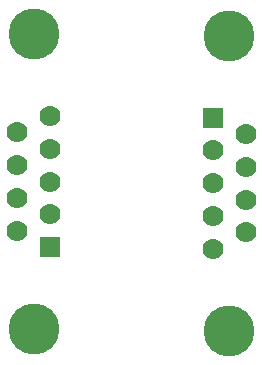
<source format=gbs>
G04*
G04 #@! TF.GenerationSoftware,Altium Limited,Altium Designer,23.3.1 (30)*
G04*
G04 Layer_Color=16711935*
%FSLAX44Y44*%
%MOMM*%
G71*
G04*
G04 #@! TF.SameCoordinates,A51BE0CB-2EC6-4780-A809-610C83DCC7D3*
G04*
G04*
G04 #@! TF.FilePolarity,Negative*
G04*
G01*
G75*
%ADD15C,1.7782*%
%ADD16R,1.7782X1.7782*%
%ADD17C,4.3192*%
D15*
X170900Y214250D02*
D03*
X142500Y200400D02*
D03*
X170900Y186550D02*
D03*
X142500Y172700D02*
D03*
X170900Y158850D02*
D03*
X142500Y145000D02*
D03*
X170900Y131150D02*
D03*
X142500Y117300D02*
D03*
X308300Y102050D02*
D03*
X336700Y115900D02*
D03*
X308300Y129750D02*
D03*
X336700Y143600D02*
D03*
X308300Y157450D02*
D03*
X336700Y171300D02*
D03*
X308300Y185150D02*
D03*
X336700Y199000D02*
D03*
D16*
X170900Y103450D02*
D03*
X308300Y212850D02*
D03*
D17*
X156700Y283800D02*
D03*
Y33900D02*
D03*
X322500Y32500D02*
D03*
Y282400D02*
D03*
M02*

</source>
